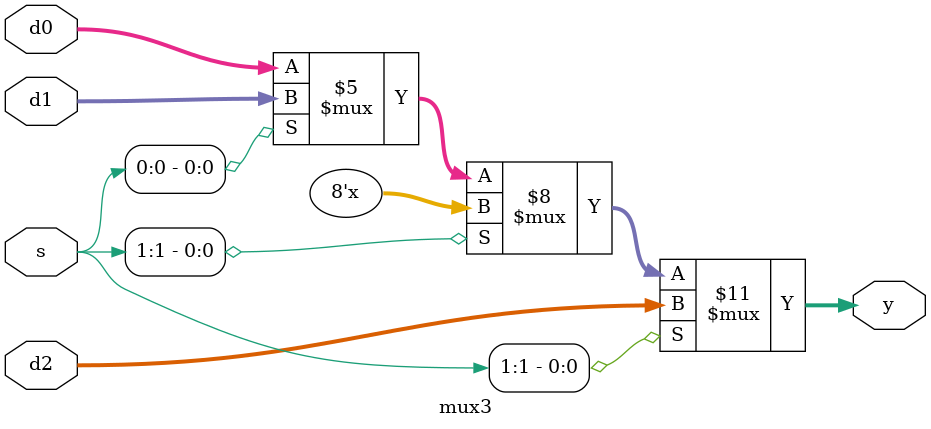
<source format=sv>
module mux3 #(parameter WIDTH = 8)
             (input  [WIDTH-1:0] d0, d1, d2,   // data in
              input  [1:0]       s, 		   // control in
              output logic [WIDTH-1:0] y);		   // data out

// fill in guts
//  s1   s0    y
//  0     0   d0
//  0     1	  d1
//  1     0   d2
//  1     1	  d2
always_comb
begin
  if(s[1]==1)
    y = d2;
  else if(s[0]==1)
    y = d1;
  else
    y = d0;
end	 
  
endmodule



</source>
